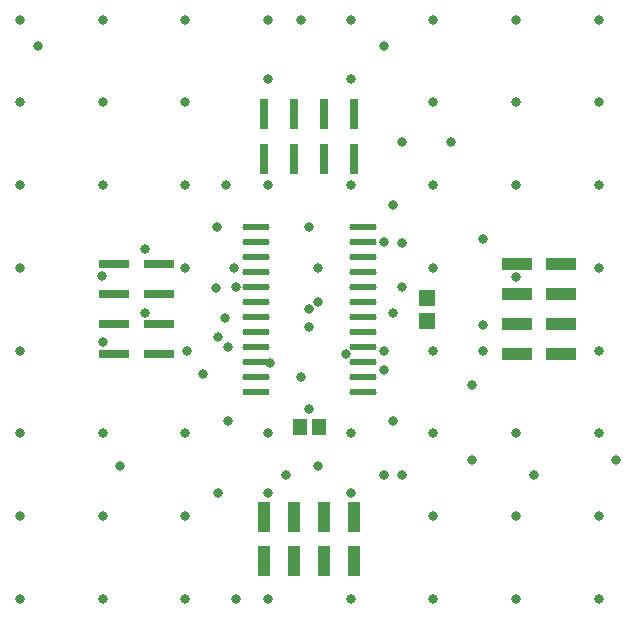
<source format=gbr>
%TF.GenerationSoftware,Altium Limited,Altium Designer,21.6.1 (37)*%
G04 Layer_Color=16711935*
%FSLAX43Y43*%
%MOMM*%
%TF.SameCoordinates,0B018110-BEA4-4537-A367-E08E1C829F5E*%
%TF.FilePolarity,Negative*%
%TF.FileFunction,Soldermask,Bot*%
%TF.Part,Single*%
G01*
G75*
%TA.AperFunction,ViaPad*%
%ADD13C,0.800*%
%TA.AperFunction,SMDPad,CuDef*%
%ADD14R,0.800X2.500*%
%ADD15R,2.500X0.800*%
G04:AMPARAMS|DCode=16|XSize=2.298mm|YSize=0.567mm|CornerRadius=0.283mm|HoleSize=0mm|Usage=FLASHONLY|Rotation=0.000|XOffset=0mm|YOffset=0mm|HoleType=Round|Shape=RoundedRectangle|*
%AMROUNDEDRECTD16*
21,1,2.298,0.000,0,0,0.0*
21,1,1.731,0.567,0,0,0.0*
1,1,0.567,0.865,0.000*
1,1,0.567,-0.865,0.000*
1,1,0.567,-0.865,0.000*
1,1,0.567,0.865,0.000*
%
%ADD16ROUNDEDRECTD16*%
%ADD17R,2.298X0.567*%
%ADD18R,1.000X2.500*%
%ADD19R,2.500X1.000*%
%ADD20R,1.300X1.450*%
%ADD21R,1.450X1.350*%
D13*
X18500Y21986D02*
D03*
X17121Y24000D02*
D03*
X27500Y19024D02*
D03*
X17000Y31000D02*
D03*
X20462Y38000D02*
D03*
X19641Y29313D02*
D03*
X21281Y29413D02*
D03*
X21145Y31013D02*
D03*
X19663Y34485D02*
D03*
X20403Y26771D02*
D03*
X53500Y14740D02*
D03*
X41271D02*
D03*
Y21090D02*
D03*
X30623Y23690D02*
D03*
X34597Y18042D02*
D03*
X38000Y24000D02*
D03*
X33857Y22315D02*
D03*
X26760Y21745D02*
D03*
X42172Y26170D02*
D03*
Y24000D02*
D03*
X35337Y29337D02*
D03*
X33857Y24000D02*
D03*
X34587Y27186D02*
D03*
X46490Y13491D02*
D03*
X38000Y17000D02*
D03*
X35352Y13470D02*
D03*
X33846Y33215D02*
D03*
X35352Y33140D02*
D03*
X38000Y38000D02*
D03*
Y45000D02*
D03*
Y52000D02*
D03*
X39500Y41664D02*
D03*
X35314D02*
D03*
X34611Y36305D02*
D03*
X25500Y13491D02*
D03*
X33857Y13470D02*
D03*
X24165Y22964D02*
D03*
X20599Y24325D02*
D03*
X19800Y25154D02*
D03*
X11500Y14232D02*
D03*
X28240D02*
D03*
Y28146D02*
D03*
Y30996D02*
D03*
X27500Y34485D02*
D03*
X45000Y38000D02*
D03*
X42172Y33460D02*
D03*
X31000Y38000D02*
D03*
X30996Y46998D02*
D03*
X4500Y49792D02*
D03*
X33857D02*
D03*
X21264Y3000D02*
D03*
X27500Y27500D02*
D03*
X19800Y11966D02*
D03*
X27500Y26030D02*
D03*
X3000Y31000D02*
D03*
X13615Y27186D02*
D03*
X26800Y52011D02*
D03*
X31000Y17000D02*
D03*
X20582Y18042D02*
D03*
X24000Y17000D02*
D03*
X13615Y32624D02*
D03*
X52000Y24000D02*
D03*
X38000Y31000D02*
D03*
X23991Y47001D02*
D03*
X24038Y11946D02*
D03*
X30996D02*
D03*
X9956Y30306D02*
D03*
X10029Y24759D02*
D03*
X45000Y30260D02*
D03*
X3000Y52000D02*
D03*
Y45000D02*
D03*
Y38000D02*
D03*
Y24000D02*
D03*
Y17000D02*
D03*
Y10000D02*
D03*
X52000D02*
D03*
X38000D02*
D03*
X17000D02*
D03*
X10000D02*
D03*
X45000D02*
D03*
X52000Y3000D02*
D03*
X38000D02*
D03*
X31000D02*
D03*
X24000D02*
D03*
X17000D02*
D03*
X10000D02*
D03*
X3000D02*
D03*
X45000D02*
D03*
X52000Y17000D02*
D03*
X17000D02*
D03*
X10000D02*
D03*
X45000D02*
D03*
X52000Y31000D02*
D03*
Y38000D02*
D03*
X24000D02*
D03*
X17000D02*
D03*
X10000D02*
D03*
X45000Y45000D02*
D03*
X10000D02*
D03*
X17000D02*
D03*
X52000D02*
D03*
Y52000D02*
D03*
X45000D02*
D03*
X31000D02*
D03*
X24000D02*
D03*
X17000D02*
D03*
X10000D02*
D03*
D14*
X31310Y40210D02*
D03*
X28770D02*
D03*
X31310Y44040D02*
D03*
X28770D02*
D03*
X26230Y40210D02*
D03*
X23690D02*
D03*
X26230Y44040D02*
D03*
X23690D02*
D03*
D15*
X10960Y23690D02*
D03*
Y26230D02*
D03*
X14790Y23690D02*
D03*
Y26230D02*
D03*
X10960Y28770D02*
D03*
Y31310D02*
D03*
X14790Y28770D02*
D03*
Y31310D02*
D03*
D16*
X32028Y20515D02*
D03*
Y21785D02*
D03*
Y23055D02*
D03*
Y24325D02*
D03*
Y25595D02*
D03*
Y26865D02*
D03*
Y28135D02*
D03*
Y29405D02*
D03*
Y30675D02*
D03*
Y31945D02*
D03*
Y33215D02*
D03*
Y34485D02*
D03*
X22972D02*
D03*
Y33215D02*
D03*
Y31945D02*
D03*
Y30675D02*
D03*
Y29405D02*
D03*
Y28135D02*
D03*
Y26865D02*
D03*
Y25595D02*
D03*
Y24325D02*
D03*
Y23055D02*
D03*
Y21785D02*
D03*
D17*
Y20515D02*
D03*
D18*
X31310Y9920D02*
D03*
X28770D02*
D03*
X31310Y6220D02*
D03*
X28770D02*
D03*
X23690D02*
D03*
Y9920D02*
D03*
X26230Y6220D02*
D03*
Y9920D02*
D03*
D19*
X45080Y26230D02*
D03*
X48780D02*
D03*
X45080Y23690D02*
D03*
X48780D02*
D03*
Y28770D02*
D03*
Y31310D02*
D03*
X45080Y28770D02*
D03*
Y31310D02*
D03*
D20*
X28325Y17500D02*
D03*
X26675D02*
D03*
D21*
X37500Y26500D02*
D03*
Y28450D02*
D03*
%TF.MD5,637201d5911098f9fbd855b4cb3f8460*%
M02*

</source>
